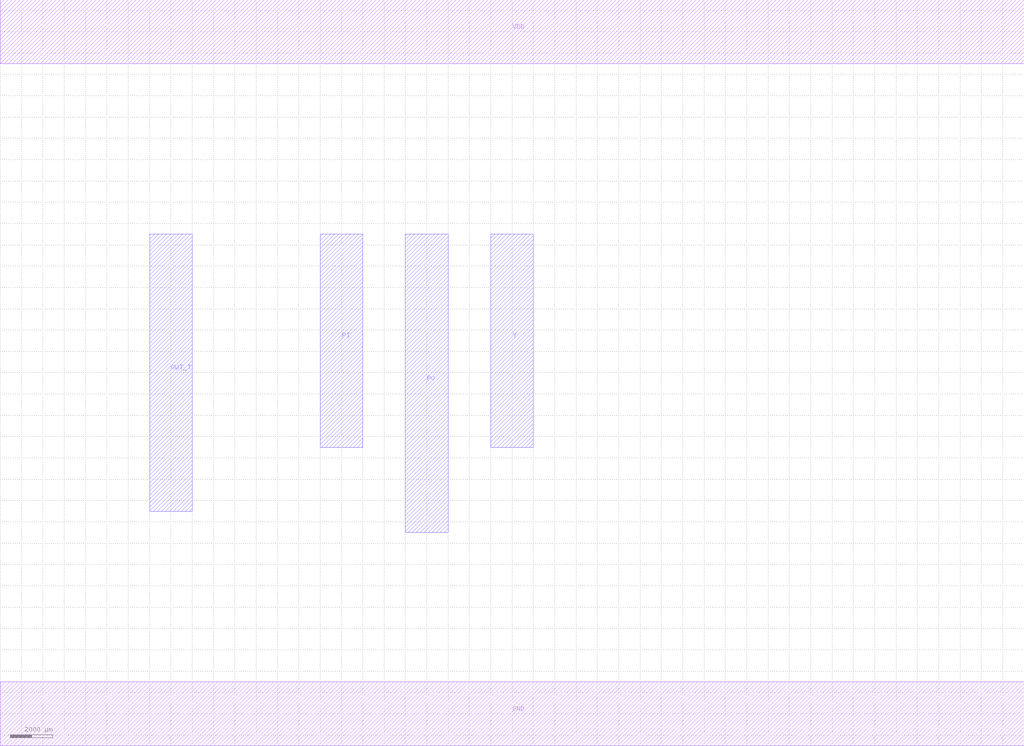
<source format=lef>
MACRO MIDDLE
 CLASS CORE ;
 ORIGIN 0 0 ;
 FOREIGN MIDDLE 0 0 ;
 SITE CORE ;
 SYMMETRY X Y R90 ;
  PIN VDD
   DIRECTION INOUT ;
   USE SIGNAL ;
   SHAPE ABUTMENT ;
    PORT
     CLASS CORE ;
       LAYER metal1 ;
        RECT 0.00000000 30500.00000000 48000.00000000 33500.00000000 ;
    END
  END VDD

  PIN GND
   DIRECTION INOUT ;
   USE SIGNAL ;
   SHAPE ABUTMENT ;
    PORT
     CLASS CORE ;
       LAYER metal1 ;
        RECT 0.00000000 -1500.00000000 48000.00000000 1500.00000000 ;
    END
  END GND

  PIN PO
   DIRECTION INOUT ;
   USE SIGNAL ;
   SHAPE ABUTMENT ;
    PORT
     CLASS CORE ;
       LAYER metal2 ;
        RECT 19000.00000000 8500.00000000 21000.00000000 22500.00000000 ;
    END
  END PO

  PIN Y
   DIRECTION INOUT ;
   USE SIGNAL ;
   SHAPE ABUTMENT ;
    PORT
     CLASS CORE ;
       LAYER metal2 ;
        RECT 23000.00000000 12500.00000000 25000.00000000 22500.00000000 ;
    END
  END Y

  PIN OUT_T
   DIRECTION INOUT ;
   USE SIGNAL ;
   SHAPE ABUTMENT ;
    PORT
     CLASS CORE ;
       LAYER metal2 ;
        RECT 7000.00000000 9500.00000000 9000.00000000 22500.00000000 ;
    END
  END OUT_T

  PIN PI
   DIRECTION INOUT ;
   USE SIGNAL ;
   SHAPE ABUTMENT ;
    PORT
     CLASS CORE ;
       LAYER metal2 ;
        RECT 15000.00000000 12500.00000000 17000.00000000 22500.00000000 ;
    END
  END PI


END MIDDLE

</source>
